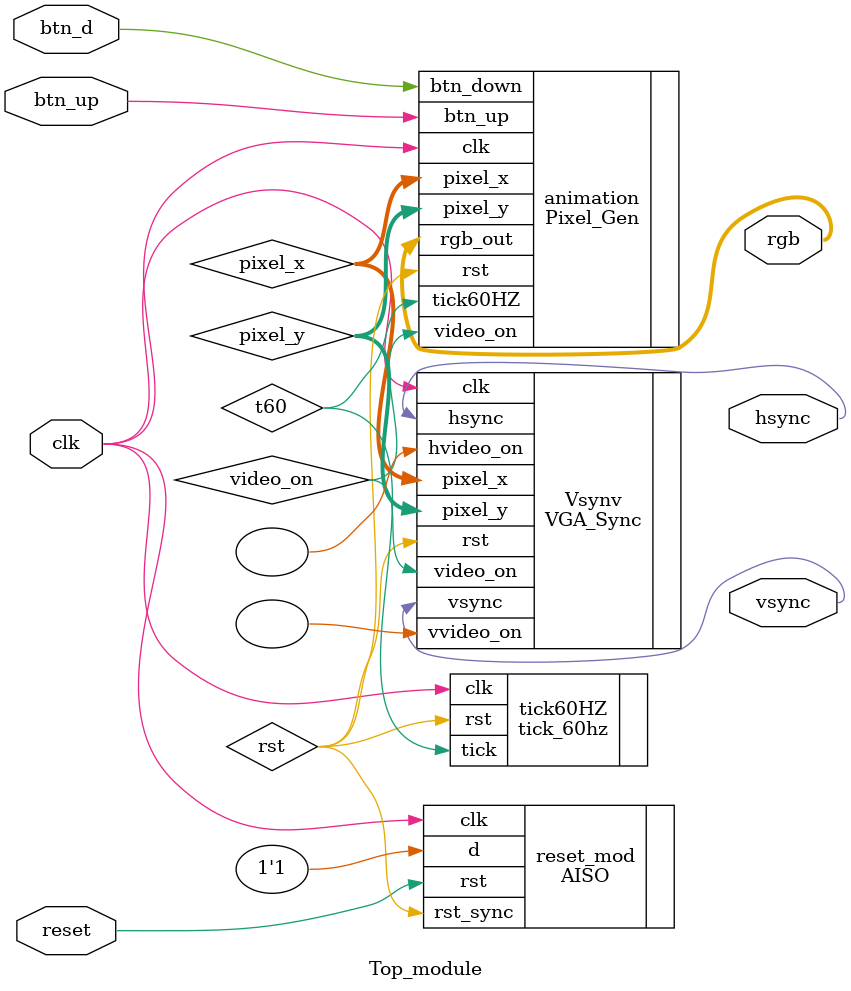
<source format=v>
`timescale 1ns / 1ps
module Top_module(clk, reset, hsync, vsync, rgb, btn_d, btn_up);
input clk, reset, btn_d, btn_up;
output hsync, vsync;
output [11:0] rgb;
wire [9:0] pixel_x, pixel_y;

wire video_on;

AISO reset_mod(.clk(clk), .rst(reset), .d(1'b1), .rst_sync(rst)); // reset module
VGA_Sync Vsynv(.clk(clk), .rst(rst), .pixel_x(pixel_x), .pixel_y(pixel_y), .video_on(video_on), .hsync(hsync), .vsync(vsync), 
                .vvideo_on(), .hvideo_on());
Pixel_Gen animation(.clk(clk), .rst(rst), .video_on(video_on), .btn_down(btn_d), .btn_up(btn_up), .tick60HZ(t60), .pixel_x(pixel_x), .pixel_y(pixel_y), .rgb_out(rgb));
tick_60hz tick60HZ(.clk(clk), .rst(rst), .tick(t60));

endmodule

</source>
